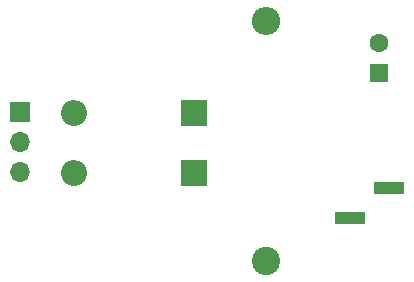
<source format=gbr>
%TF.GenerationSoftware,KiCad,Pcbnew,(6.0.9)*%
%TF.CreationDate,2023-03-03T16:49:01+05:30*%
%TF.ProjectId,CTFWR,43544657-522e-46b6-9963-61645f706362,V0.1*%
%TF.SameCoordinates,Original*%
%TF.FileFunction,Soldermask,Top*%
%TF.FilePolarity,Negative*%
%FSLAX46Y46*%
G04 Gerber Fmt 4.6, Leading zero omitted, Abs format (unit mm)*
G04 Created by KiCad (PCBNEW (6.0.9)) date 2023-03-03 16:49:01*
%MOMM*%
%LPD*%
G01*
G04 APERTURE LIST*
%ADD10R,1.600000X1.600000*%
%ADD11C,1.600000*%
%ADD12R,2.510000X1.000000*%
%ADD13R,1.700000X1.700000*%
%ADD14O,1.700000X1.700000*%
%ADD15R,2.200000X2.200000*%
%ADD16O,2.200000X2.200000*%
%ADD17O,2.400000X2.400000*%
%ADD18C,2.400000*%
G04 APERTURE END LIST*
D10*
%TO.C,C1*%
X58000000Y-49800000D03*
D11*
X58000000Y-47300000D03*
%TD*%
D12*
%TO.C,J2*%
X55545000Y-62070000D03*
X58855000Y-59530000D03*
%TD*%
D13*
%TO.C,J1*%
X27600000Y-53175000D03*
D14*
X27600000Y-55715000D03*
X27600000Y-58255000D03*
%TD*%
D15*
%TO.C,D2*%
X42300000Y-58300000D03*
D16*
X32140000Y-58300000D03*
%TD*%
D15*
%TO.C,D1*%
X42300000Y-53200000D03*
D16*
X32140000Y-53200000D03*
%TD*%
D17*
%TO.C,R1*%
X48400000Y-45440000D03*
D18*
X48400000Y-65760000D03*
%TD*%
M02*

</source>
